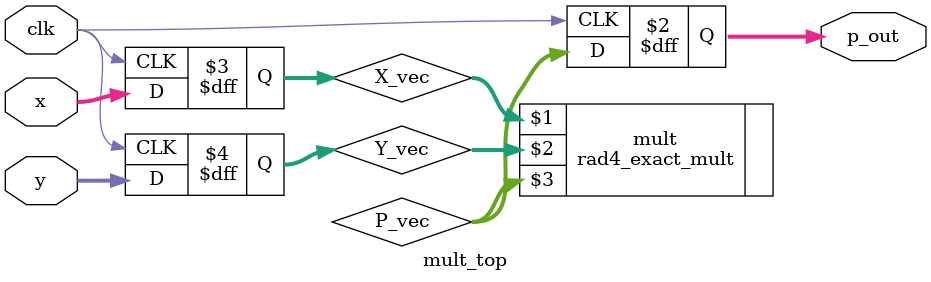
<source format=v>

`include "timescale.v"

module mult_top(
    // Clock and reset
    input clk,
    // Input X has a form x_i%d where %d denotes the bit number
    input  [15:0] x,
    // Input Y has a form y_i%d where %d denotes the bit number
    input  [15:0] y,
    // Output P has a form p_out%d where %d denotes the bit number
    output reg [31:0] p_out
    );

    
    // Now we have X_vec and Y_vec signal 
    // Then we do processing with these signals and store the 
    // intermidiate result in P_vec
    // For example purposes X_vec and Y_vec are concanated and stored in P_vec
    wire [31:0] P_vec;
    reg [15:0] X_vec;
    reg [15:0] Y_vec;
    
    rad4_exact_mult mult(X_vec,Y_vec,P_vec); 

 
    always @(posedge clk) 
    begin
        p_out = P_vec;
        X_vec = x;
        Y_vec = y;
    end

endmodule 


</source>
